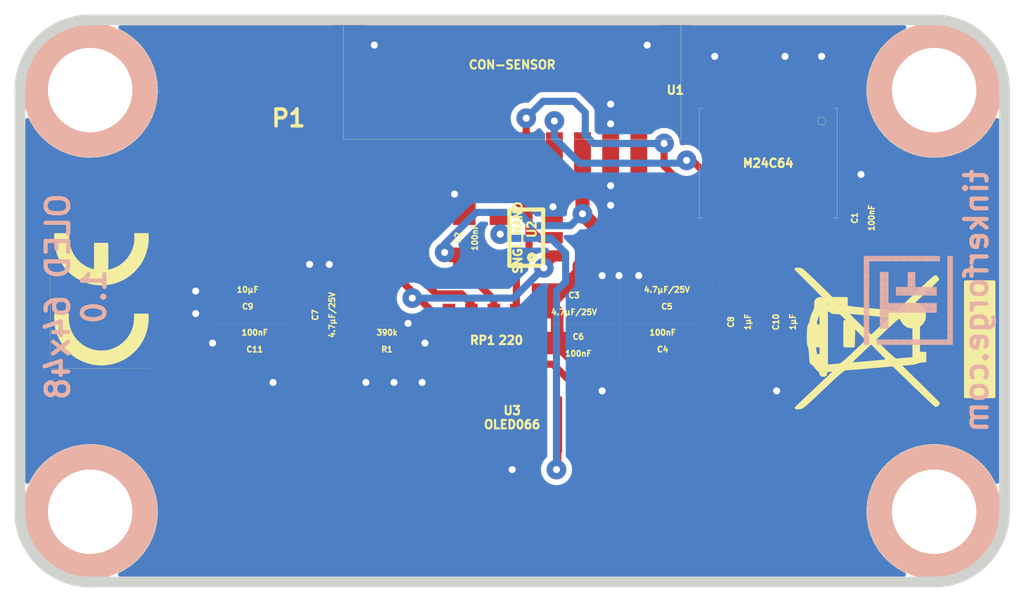
<source format=kicad_pcb>
(kicad_pcb (version 20221018) (generator pcbnew)
  (title_block (title "OLED 64x48 Bricklet") (date "Fr 19 Jun 2015") (rev "1.0") (company "Tinkerforfge GmbH") (comment 1 "Licensed under CERN OHL v.1.1") (comment 2 "Copyright (©) 2015, B.Nordmeyer <bastian@tinkerforge.com>"))
  (layers (0 "F.Cu" signal) (31 "B.Cu" signal) (34 "B.Paste" user) (35 "F.Paste" user) (36 "B.SilkS" user "B.Silkscreen") (37 "F.SilkS" user "F.Silkscreen") (38 "B.Mask" user) (39 "F.Mask" user) (44 "Edge.Cuts" user))
  (net 0 "")
  (net 1 "3V3")
  (net 2 "GND")
  (net 3 "Net-(P1-Pad4)")
  (net 4 "Net-(P1-Pad5)")
  (net 5 "Net-(P1-Pad6)")
  (net 6 "Net-(P1-Pad7)")
  (net 7 "Net-(P1-Pad8)")
  (net 8 "Net-(C7-Pad2)")
  (net 9 "Net-(C10-Pad2)")
  (net 10 "Net-(P1-Pad9)")
  (net 11 "Net-(P1-Pad10)")
  (net 12 "Net-(R1-Pad1)")
  (net 13 "Net-(C8-Pad1)")
  (net 14 "Net-(C8-Pad2)")
  (net 15 "Net-(C11-Pad2)")
  (net 16 "Net-(C10-Pad1)")
  (net 17 "Net-(U2-Pad4)")
  (net 18 "Net-(RP1-Pad5)")
  (net 19 "Net-(RP1-Pad6)")
  (net 20 "Net-(RP1-Pad7)")
  (net 21 "Net-(RP1-Pad8)")
  (footprint "kicad-libraries:0603" (layer "F.Cu") (at 166.5 133.6 -90)
    (fp_text reference "C1" (at 0.05 0.225 270) (layer "F.SilkS") (effects (font (size 0.2 0.2) (thickness 0.05))))
    (fp_text value "100nF" (at 0.05 -0.375 270) (layer "F.SilkS") (effects (font (size 0.2 0.2) (thickness 0.05))))
    (pad "1" smd rect (at -0.8001 0 270) (size 0.8001 0.8001) (layers "F.Cu" "F.Paste" "F.Mask") (net 2 "GND"))
    (pad "2" smd rect (at 0.8001 0 270) (size 0.8001 0.8001) (layers "F.Cu" "F.Paste" "F.Mask") (net 1 "3V3"))
  )
  (footprint "kicad-libraries:0603" (layer "F.Cu") (at 163.7 137.3 -90)
    (fp_text reference "C10" (at 0.05 0.225 270) (layer "F.SilkS") (effects (font (size 0.2 0.2) (thickness 0.05))))
    (fp_text value "1µF" (at 0.05 -0.375 270) (layer "F.SilkS") (effects (font (size 0.2 0.2) (thickness 0.05))))
    (pad "1" smd rect (at -0.8001 0 270) (size 0.8001 0.8001) (layers "F.Cu" "F.Paste" "F.Mask") (net 16 "Net-(C10-Pad1)"))
    (pad "2" smd rect (at 0.8001 0 270) (size 0.8001 0.8001) (layers "F.Cu" "F.Paste" "F.Mask") (net 9 "Net-(C10-Pad2)"))
  )
  (footprint "kicad-libraries:CON-SENSOR" (layer "F.Cu") (at 154.1 126.6 180)
    (fp_text reference "P1" (at 7.9502 -3.50012 180) (layer "F.SilkS") (effects (font (size 0.59944 0.59944) (thickness 0.12446))))
    (fp_text value "CON-SENSOR" (at 0 -1.6002 180) (layer "F.SilkS") (effects (font (size 0.29972 0.29972) (thickness 0.07112))))
    (pad "1" smd rect (at -4.50088 -4.7752 180) (size 0.59944 1.5494) (layers "F.Cu" "F.Paste" "F.Mask"))
    (pad "2" smd rect (at -3.50012 -4.7752 180) (size 0.59944 1.5494) (layers "F.Cu" "F.Paste" "F.Mask") (net 2 "GND"))
    (pad "3" smd rect (at -2.49936 -4.7752 180) (size 0.59944 1.5494) (layers "F.Cu" "F.Paste" "F.Mask") (net 1 "3V3"))
    (pad "4" smd rect (at -1.50114 -4.7752 180) (size 0.59944 1.5494) (layers "F.Cu" "F.Paste" "F.Mask") (net 3 "Net-(P1-Pad4)"))
    (pad "5" smd rect (at -0.50038 -4.7752 180) (size 0.59944 1.5494) (layers "F.Cu" "F.Paste" "F.Mask") (net 4 "Net-(P1-Pad5)"))
    (pad "6" smd rect (at 0.50038 -4.7752 180) (size 0.59944 1.5494) (layers "F.Cu" "F.Paste" "F.Mask") (net 5 "Net-(P1-Pad6)"))
    (pad "7" smd rect (at 1.50114 -4.7752 180) (size 0.59944 1.5494) (layers "F.Cu" "F.Paste" "F.Mask") (net 6 "Net-(P1-Pad7)"))
    (pad "8" smd rect (at 2.49936 -4.7752 180) (size 0.59944 1.5494) (layers "F.Cu" "F.Paste" "F.Mask") (net 7 "Net-(P1-Pad8)"))
    (pad "9" smd rect (at 3.50012 -4.7752 180) (size 0.59944 1.5494) (layers "F.Cu" "F.Paste" "F.Mask") (net 10 "Net-(P1-Pad9)"))
    (pad "10" smd rect (at 4.50088 -4.7752 180) (size 0.59944 1.5494) (layers "F.Cu" "F.Paste" "F.Mask") (net 11 "Net-(P1-Pad10)"))
    (pad "EP" smd rect (at -5.79882 -0.89916 180) (size 1.19888 1.80086) (layers "F.Cu" "F.Paste" "F.Mask") (net 2 "GND"))
    (pad "EP" smd rect (at 5.79882 -0.89916 180) (size 1.19888 1.80086) (layers "F.Cu" "F.Paste" "F.Mask") (net 2 "GND"))
  )
  (footprint "kicad-libraries:0603" (layer "F.Cu") (at 149.6 138.1)
    (fp_text reference "R1" (at 0.05 0.225) (layer "F.SilkS") (effects (font (size 0.2 0.2) (thickness 0.05))))
    (fp_text value "390k" (at 0.05 -0.375) (layer "F.SilkS") (effects (font (size 0.2 0.2) (thickness 0.05))))
    (pad "1" smd rect (at -0.8001 0) (size 0.8001 0.8001) (layers "F.Cu" "F.Paste" "F.Mask") (net 12 "Net-(R1-Pad1)"))
    (pad "2" smd rect (at 0.8001 0) (size 0.8001 0.8001) (layers "F.Cu" "F.Paste" "F.Mask") (net 2 "GND"))
  )
  (footprint "kicad-libraries:SOIC8" (layer "F.Cu") (at 163.2 131.7 180)
    (fp_text reference "U1" (at 3.29946 2.60096 180) (layer "F.SilkS") (effects (font (size 0.29972 0.29972) (thickness 0.0762))))
    (fp_text value "M24C64" (at 0 0 180) (layer "F.SilkS") (effects (font (size 0.29972 0.29972) (thickness 0.0762))))
    (pad "1" smd rect (at -1.90246 2.69748) (size 0.59944 1.5494) (layers "F.Cu" "F.Paste" "F.Mask") (net 2 "GND"))
    (pad "2" smd rect (at -0.63246 2.69748) (size 0.59944 1.5494) (layers "F.Cu" "F.Paste" "F.Mask") (net 2 "GND"))
    (pad "3" smd rect (at 0.63246 2.69748) (size 0.59944 1.5494) (layers "F.Cu" "F.Paste" "F.Mask") (net 5 "Net-(P1-Pad6)"))
    (pad "4" smd rect (at 1.90246 2.69748) (size 0.59944 1.5494) (layers "F.Cu" "F.Paste" "F.Mask") (net 2 "GND"))
    (pad "5" smd rect (at 1.90246 -2.69748 180) (size 0.59944 1.5494) (layers "F.Cu" "F.Paste" "F.Mask") (net 4 "Net-(P1-Pad5)"))
    (pad "6" smd rect (at 0.63246 -2.69748 180) (size 0.59944 1.5494) (layers "F.Cu" "F.Paste" "F.Mask") (net 3 "Net-(P1-Pad4)"))
    (pad "7" smd rect (at -0.63246 -2.69748 180) (size 0.59944 1.5494) (layers "F.Cu" "F.Paste" "F.Mask"))
    (pad "8" smd rect (at -1.90246 -2.69748 180) (size 0.59944 1.5494) (layers "F.Cu" "F.Paste" "F.Mask") (net 1 "3V3"))
  )
  (footprint "kicad-libraries:DRILL_NP" (layer "F.Cu") (at 139.1 129.1)
    (fp_text reference "U4" hide)
    (fp_text value "DRILL" hide)
    (pad "" np_thru_hole circle (at 0 0) (size 2.99974 2.99974) (drill 2.99974) (layers "*.Cu" "*.Mask" "F.SilkS") (clearance 0.89916))
  )
  (footprint "kicad-libraries:DRILL_NP" (layer "F.Cu") (at 169.1 129.1)
    (fp_text reference "U5" hide)
    (fp_text value "DRILL" hide)
    (pad "" np_thru_hole circle (at 0 0) (size 2.99974 2.99974) (drill 2.99974) (layers "*.Cu" "*.Mask" "F.SilkS") (clearance 0.89916))
  )
  (footprint "kicad-libraries:DRILL_NP" (layer "F.Cu") (at 169.1 144.1)
    (fp_text reference "U6" hide)
    (fp_text value "DRILL" hide)
    (pad "" np_thru_hole circle (at 0 0) (size 2.99974 2.99974) (drill 2.99974) (layers "*.Cu" "*.Mask" "F.SilkS") (clearance 0.89916))
  )
  (footprint "kicad-libraries:WEEE_7mm" (layer "F.Cu") (at 167.7 137.95 90)
    (fp_text reference "G***" hide)
    (fp_text value "LOGO" hide)
  )
  (footprint "kicad-libraries:CE_5mm" (layer "F.Cu") (at 139.5 136.5 90)
    (fp_text reference "VAL" hide)
    (fp_text value "CE_5mm" hide)
  )
  (footprint "kicad-libraries:Fiducial_Mark" (layer "F.Cu") (at 143.1 145.1)
    (fp_text reference "Fiducial_Mark" hide)
    (fp_text value "VAL**" hide)
    (pad "1" smd circle (at 0 0) (size 1.00076 1.00076) (layers "F.Cu" "F.Mask") (clearance 0.65024))
  )
  (footprint "kicad-libraries:Fiducial_Mark" (layer "F.Cu") (at 143.1 128.1)
    (fp_text reference "Fiducial_Mark" hide)
    (fp_text value "VAL**" hide)
    (pad "1" smd circle (at 0 0) (size 1.00076 1.00076) (layers "F.Cu" "F.Mask") (clearance 0.65024))
  )
  (footprint "kicad-libraries:Fiducial_Mark" (layer "F.Cu") (at 164.6 145.1)
    (fp_text reference "Fiducial_Mark" hide)
    (fp_text value "VAL**" hide)
    (pad "1" smd circle (at 0 0) (size 1.00076 1.00076) (layers "F.Cu" "F.Mask") (clearance 0.65024))
  )
  (footprint "kicad-libraries:0603X4" (layer "F.Cu") (at 153.05 138)
    (fp_text reference "RP1" (at 0 0) (layer "F.SilkS") (effects (font (size 0.29972 0.29972) (thickness 0.0762))))
    (fp_text value "220" (at 1.00076 0) (layer "F.SilkS") (effects (font (size 0.29972 0.29972) (thickness 0.0762))))
    (pad "1" smd rect (at 1.19888 -0.8509) (size 0.44958 0.89916) (layers "F.Cu" "F.Paste" "F.Mask") (net 6 "Net-(P1-Pad7)"))
    (pad "2" smd rect (at 0.39878 -0.8509) (size 0.44958 0.89916) (layers "F.Cu" "F.Paste" "F.Mask") (net 7 "Net-(P1-Pad8)"))
    (pad "3" smd rect (at -0.39878 -0.8509) (size 0.44958 0.89916) (layers "F.Cu" "F.Paste" "F.Mask") (net 10 "Net-(P1-Pad9)"))
    (pad "4" smd rect (at -1.19888 -0.8509) (size 0.44958 0.89916) (layers "F.Cu" "F.Paste" "F.Mask") (net 11 "Net-(P1-Pad10)"))
    (pad "5" smd rect (at -1.19888 0.8509) (size 0.44958 0.89916) (layers "F.Cu" "F.Paste" "F.Mask") (net 18 "Net-(RP1-Pad5)"))
    (pad "6" smd rect (at -0.39878 0.8509) (size 0.44958 0.89916) (layers "F.Cu" "F.Paste" "F.Mask") (net 19 "Net-(RP1-Pad6)"))
    (pad "7" smd rect (at 0.39878 0.8509) (size 0.44958 0.89916) (layers "F.Cu" "F.Paste" "F.Mask") (net 20 "Net-(RP1-Pad7)"))
    (pad "8" smd rect (at 1.19888 0.8509) (size 0.44958 0.89916) (layers "F.Cu" "F.Paste" "F.Mask") (net 21 "Net-(RP1-Pad8)"))
  )
  (footprint "kicad-libraries:0603" (layer "F.Cu") (at 144.9 138.1)
    (fp_text reference "C11" (at 0.05 0.225) (layer "F.SilkS") (effects (font (size 0.2 0.2) (thickness 0.05))))
    (fp_text value "100nF" (at 0.05 -0.375) (layer "F.SilkS") (effects (font (size 0.2 0.2) (thickness 0.05))))
    (pad "1" smd rect (at -0.8001 0) (size 0.8001 0.8001) (layers "F.Cu" "F.Paste" "F.Mask") (net 2 "GND"))
    (pad "2" smd rect (at 0.8001 0) (size 0.8001 0.8001) (layers "F.Cu" "F.Paste" "F.Mask") (net 15 "Net-(C11-Pad2)"))
  )
  (footprint "kicad-libraries:DRILL_NP" (layer "F.Cu") (at 139.1 144.1)
    (fp_text reference "U7" hide)
    (fp_text value "DRILL" hide)
    (pad "" np_thru_hole circle (at 0 0) (size 2.99974 2.99974) (drill 2.99974) (layers "*.Cu" "*.Mask" "F.SilkS") (clearance 0.89916))
  )
  (footprint "kicad-libraries:0603" (layer "F.Cu") (at 152.4 134.3 -90)
    (fp_text reference "C2" (at 0.05 0.225 270) (layer "F.SilkS") (effects (font (size 0.2 0.2) (thickness 0.05))))
    (fp_text value "100nF" (at 0.05 -0.375 270) (layer "F.SilkS") (effects (font (size 0.2 0.2) (thickness 0.05))))
    (pad "1" smd rect (at -0.8001 0 270) (size 0.8001 0.8001) (layers "F.Cu" "F.Paste" "F.Mask") (net 2 "GND") (clearance 0.14986))
    (pad "2" smd rect (at 0.8001 0 270) (size 0.8001 0.8001) (layers "F.Cu" "F.Paste" "F.Mask") (net 1 "3V3") (clearance 0.14986))
  )
  (footprint "kicad-libraries:0805" (layer "F.Cu") (at 156.3 136.6 180)
    (fp_text reference "C3" (at 0 0.2 180) (layer "F.SilkS") (effects (font (size 0.2 0.2) (thickness 0.05))))
    (fp_text value "4.7µF/25V" (at 0 -0.4 180) (layer "F.SilkS") (effects (font (size 0.2 0.2) (thickness 0.05))))
    (pad "1" smd rect (at -1.00076 0 180) (size 1.00076 1.24968) (layers "F.Cu" "F.Paste" "F.Mask") (net 2 "GND"))
    (pad "2" smd rect (at 1.00076 0 180) (size 1.00076 1.24968) (layers "F.Cu" "F.Paste" "F.Mask") (net 1 "3V3"))
  )
  (footprint "kicad-libraries:0603" (layer "F.Cu") (at 159.4 138.1)
    (fp_text reference "C4" (at 0.05 0.225) (layer "F.SilkS") (effects (font (size 0.2 0.2) (thickness 0.05))))
    (fp_text value "100nF" (at 0.05 -0.375) (layer "F.SilkS") (effects (font (size 0.2 0.2) (thickness 0.05))))
    (pad "1" smd rect (at -0.8001 0) (size 0.8001 0.8001) (layers "F.Cu" "F.Paste" "F.Mask") (net 2 "GND") (clearance 0.14986))
    (pad "2" smd rect (at 0.8001 0) (size 0.8001 0.8001) (layers "F.Cu" "F.Paste" "F.Mask") (net 1 "3V3") (clearance 0.14986))
  )
  (footprint "kicad-libraries:0805" (layer "F.Cu") (at 159.6 136.6)
    (fp_text reference "C5" (at 0 0.2) (layer "F.SilkS") (effects (font (size 0.2 0.2) (thickness 0.05))))
    (fp_text value "4.7µF/25V" (at 0 -0.4) (layer "F.SilkS") (effects (font (size 0.2 0.2) (thickness 0.05))))
    (pad "1" smd rect (at -1.00076 0) (size 1.00076 1.24968) (layers "F.Cu" "F.Paste" "F.Mask") (net 2 "GND"))
    (pad "2" smd rect (at 1.00076 0) (size 1.00076 1.24968) (layers "F.Cu" "F.Paste" "F.Mask") (net 1 "3V3"))
  )
  (footprint "kicad-libraries:0603" (layer "F.Cu") (at 156.5 138.1 180)
    (fp_text reference "C6" (at 0.05 0.225 180) (layer "F.SilkS") (effects (font (size 0.2 0.2) (thickness 0.05))))
    (fp_text value "100nF" (at 0.05 -0.375 180) (layer "F.SilkS") (effects (font (size 0.2 0.2) (thickness 0.05))))
    (pad "1" smd rect (at -0.8001 0 180) (size 0.8001 0.8001) (layers "F.Cu" "F.Paste" "F.Mask") (net 2 "GND") (clearance 0.14986))
    (pad "2" smd rect (at 0.8001 0 180) (size 0.8001 0.8001) (layers "F.Cu" "F.Paste" "F.Mask") (net 1 "3V3") (clearance 0.14986))
  )
  (footprint "kicad-libraries:0805" (layer "F.Cu") (at 147.3 137.1 -90)
    (fp_text reference "C7" (at 0 0.2 270) (layer "F.SilkS") (effects (font (size 0.2 0.2) (thickness 0.05))))
    (fp_text value "4.7µF/25V" (at 0 -0.4 270) (layer "F.SilkS") (effects (font (size 0.2 0.2) (thickness 0.05))))
    (pad "1" smd rect (at -1.00076 0 270) (size 1.00076 1.24968) (layers "F.Cu" "F.Paste" "F.Mask") (net 2 "GND"))
    (pad "2" smd rect (at 1.00076 0 270) (size 1.00076 1.24968) (layers "F.Cu" "F.Paste" "F.Mask") (net 8 "Net-(C7-Pad2)"))
  )
  (footprint "kicad-libraries:0603" (layer "F.Cu") (at 162.1 137.3 -90)
    (fp_text reference "C8" (at 0.05 0.225 270) (layer "F.SilkS") (effects (font (size 0.2 0.2) (thickness 0.05))))
    (fp_text value "1µF" (at 0.05 -0.375 270) (layer "F.SilkS") (effects (font (size 0.2 0.2) (thickness 0.05))))
    (pad "1" smd rect (at -0.8001 0 270) (size 0.8001 0.8001) (layers "F.Cu" "F.Paste" "F.Mask") (net 13 "Net-(C8-Pad1)") (clearance 0.14986))
    (pad "2" smd rect (at 0.8001 0 270) (size 0.8001 0.8001) (layers "F.Cu" "F.Paste" "F.Mask") (net 14 "Net-(C8-Pad2)") (clearance 0.14986))
  )
  (footprint "kicad-libraries:0805" (layer "F.Cu") (at 144.7 136.6)
    (fp_text reference "C9" (at 0 0.2) (layer "F.SilkS") (effects (font (size 0.2 0.2) (thickness 0.05))))
    (fp_text value "10µF" (at 0 -0.4) (layer "F.SilkS") (effects (font (size 0.2 0.2) (thickness 0.05))))
    (pad "1" smd rect (at -1.00076 0) (size 1.00076 1.24968) (layers "F.Cu" "F.Paste" "F.Mask") (net 2 "GND"))
    (pad "2" smd rect (at 1.00076 0) (size 1.00076 1.24968) (layers "F.Cu" "F.Paste" "F.Mask") (net 15 "Net-(C11-Pad2)"))
  )
  (footprint "kicad-libraries:SC70-5" (layer "F.Cu") (at 154.6 134.35 90)
    (fp_text reference "U2" (at 0.3 0.2 90) (layer "F.SilkS") (effects (font (size 0.3 0.3) (thickness 0.075))))
    (fp_text value "SNGL_NAND" (at 0 -0.3 90) (layer "F.SilkS") (effects (font (size 0.3 0.3) (thickness 0.075))))
    (pad "1" smd rect (at -0.65 0.95 90) (size 0.4 0.7) (layers "F.Cu" "F.Paste" "F.Mask") (net 11 "Net-(P1-Pad10)"))
    (pad "2" smd rect (at 0 0.95 90) (size 0.4 0.7) (layers "F.Cu" "F.Paste" "F.Mask") (net 6 "Net-(P1-Pad7)"))
    (pad "3" smd rect (at 0.65 0.95 90) (size 0.4 0.7) (layers "F.Cu" "F.Paste" "F.Mask") (net 2 "GND"))
    (pad "4" smd rect (at 0.65 -0.95 90) (size 0.4 0.7) (layers "F.Cu" "F.Paste" "F.Mask") (net 17 "Net-(U2-Pad4)"))
    (pad "5" smd rect (at -0.65 -0.95 90) (size 0.4 0.7) (layers "F.Cu" "F.Paste" "F.Mask") (net 1 "3V3"))
  )
  (footprint "kicad-libraries:OLED066" (layer "F.Cu") (at 154.1 141 180)
    (fp_text reference "U3" (at 0 0.5 180) (layer "F.SilkS") (effects (font (size 0.3 0.3) (thickness 0.075))))
    (fp_text value "OLED066" (at 0 0 180) (layer "F.SilkS") (effects (font (size 0.3 0.3) (thickness 0.075))))
    (pad "1" smd rect (at -8.77316 0) (size 0.29972 1.99898) (layers "F.Cu" "F.Paste" "F.Mask") (net 2 "GND"))
    (pad "2" smd rect (at -8.12292 0) (size 0.29972 1.99898) (layers "F.Cu" "F.Paste" "F.Mask") (net 9 "Net-(C10-Pad2)"))
    (pad "3" smd rect (at -7.47268 0) (size 0.29972 1.99898) (layers "F.Cu" "F.Paste" "F.Mask") (net 16 "Net-(C10-Pad1)"))
    (pad "4" smd rect (at -6.82498 0) (size 0.29972 1.99898) (layers "F.Cu" "F.Paste" "F.Mask") (net 14 "Net-(C8-Pad2)"))
    (pad "5" smd rect (at -6.17474 0) (size 0.29972 1.99898) (layers "F.Cu" "F.Paste" "F.Mask") (net 13 "Net-(C8-Pad1)"))
    (pad "6" smd rect (at -5.5245 0) (size 0.29972 1.99898) (layers "F.Cu" "F.Paste" "F.Mask") (net 1 "3V3"))
    (pad "7" smd rect (at -4.87426 0) (size 0.29972 1.99898) (layers "F.Cu" "F.Paste" "F.Mask") (net 2 "GND"))
    (pad "8" smd rect (at -4.22402 0) (size 0.29972 1.99898) (layers "F.Cu" "F.Paste" "F.Mask") (net 1 "3V3"))
    (pad "9" smd rect (at -3.57378 0) (size 0.29972 1.99898) (layers "F.Cu" "F.Paste" "F.Mask") (net 2 "GND"))
    (pad "10" smd rect (at -2.92354 0) (size 0.29972 1.99898) (layers "F.Cu" "F.Paste" "F.Mask") (net 2 "GND"))
    (pad "11" smd rect (at -2.2733 0) (size 0.29972 1.99898) (layers "F.Cu" "F.Paste" "F.Mask") (net 21 "Net-(RP1-Pad8)"))
    (pad "12" smd rect (at -1.62306 0) (size 0.29972 1.99898) (layers "F.Cu" "F.Paste" "F.Mask") (net 17 "Net-(U2-Pad4)"))
    (pad "13" smd rect (at -0.97282 0) (size 0.29972 1.99898) (layers "F.Cu" "F.Paste" "F.Mask") (net 20 "Net-(RP1-Pad7)"))
    (pad "14" smd rect (at -0.32258 0) (size 0.29972 1.99898) (layers "F.Cu" "F.Paste" "F.Mask") (net 2 "GND"))
    (pad "15" smd rect (at 0.32258 0) (size 0.29972 1.99898) (layers "F.Cu" "F.Paste" "F.Mask") (net 2 "GND"))
    (pad "16" smd rect (at 0.97282 0) (size 0.29972 1.99898) (layers "F.Cu" "F.Paste" "F.Mask") (net 19 "Net-(RP1-Pad6)"))
    (pad "17" smd rect (at 1.62306 0) (size 0.29972 1.99898) (layers "F.Cu" "F.Paste" "F.Mask") (net 18 "Net-(RP1-Pad5)"))
    (pad "18" smd rect (at 2.2733 0) (size 0.29972 1.99898) (layers "F.Cu" "F.Paste" "F.Mask"))
    (pad "19" smd rect (at 2.92354 0) (size 0.29972 1.99898) (layers "F.Cu" "F.Paste" "F.Mask") (net 2 "GND"))
    (pad "20" smd rect (at 3.57378 0) (size 0.29972 1.99898) (layers "F.Cu" "F.Paste" "F.Mask") (net 2 "GND"))
    (pad "21" smd rect (at 4.22402 0) (size 0.29972 1.99898) (layers "F.Cu" "F.Paste" "F.Mask") (net 2 "GND"))
    (pad "22" smd rect (at 4.87426 0) (size 0.29972 1.99898) (layers "F.Cu" "F.Paste" "F.Mask") (net 2 "GND"))
    (pad "23" smd rect (at 5.5245 0) (size 0.29972 1.99898) (layers "F.Cu" "F.Paste" "F.Mask") (net 2 "GND"))
    (pad "24" smd rect (at 6.17474 0) (size 0.29972 1.99898) (layers "F.Cu" "F.Paste" "F.Mask") (net 12 "Net-(R1-Pad1)"))
    (pad "25" smd rect (at 6.82498 0) (size 0.29972 1.99898) (layers "F.Cu" "F.Paste" "F.Mask") (net 8 "Net-(C7-Pad2)"))
    (pad "26" smd rect (at 7.47268 0) (size 0.29972 1.99898) (layers "F.Cu" "F.Paste" "F.Mask") (net 15 "Net-(C11-Pad2)"))
    (pad "27" smd rect (at 8.12292 0) (size 0.29972 1.99898) (layers "F.Cu" "F.Paste" "F.Mask") (net 2 "GND"))
    (pad "28" smd rect (at 8.77316 0) (size 0.29972 1.99898) (layers "F.Cu" "F.Paste" "F.Mask") (net 2 "GND"))
  )
  (footprint "kicad-libraries:Logo_31x31m" (layer "B.Cu") (at 166.6 135 -90)
    (fp_text reference "G***" hide)
    (fp_text value "LOGO" hide)
  )
  (gr_arc (start 169.1 126.6) (mid 170.867767 127.332233) (end 171.6 129.1) (stroke (width 0.381)) (layer "Edge.Cuts"))
  (gr_line (start 136.6 129.1) (end 136.6 144.1) (stroke (width 0.381)) (layer "Edge.Cuts"))
  (gr_line (start 169.1 146.6) (end 139.1 146.6) (stroke (width 0.381)) (layer "Edge.Cuts"))
  (gr_arc (start 139.1 146.6) (mid 137.332233 145.867767) (end 136.6 144.1) (stroke (width 0.381)) (layer "Edge.Cuts"))
  (gr_arc (start 171.6 144.1) (mid 170.867767 145.867767) (end 169.1 146.6) (stroke (width 0.381)) (layer "Edge.Cuts"))
  (gr_line (start 169.1 126.6) (end 139.1 126.6) (stroke (width 0.381)) (layer "Edge.Cuts"))
  (gr_arc (start 136.6 129.1) (mid 137.332233 127.332233) (end 139.1 126.6) (stroke (width 0.381)) (layer "Edge.Cuts"))
  (gr_line (start 171.6 144.1) (end 171.6 129.1) (stroke (width 0.381)) (layer "Edge.Cuts"))
  (gr_text "tinkerforge.com" (at 170.6 136.6 90) (layer "B.SilkS") (effects (font (size 0.8 0.8)) (justify mirror)))
  (gr_text "OLED 64x48\n1.0" (at 138.6 136.45 90) (layer "B.SilkS") (effects (font (size 0.8 0.8)) (justify mirror)))
  (segment (start 159.4 134.4) (end 157.5 134.4) (width 0.5) (layer "F.Cu") (net 1))
  (segment (start 157.5 134.4) (end 156.59936 133.49936) (width 0.5) (layer "F.Cu") (net 1))
  (segment (start 156.59936 133.49936) (end 156.59936 132.8) (width 0.5) (layer "F.Cu") (net 1))
  (segment (start 160.65 135.65) (end 159.4 134.4) (width 0.5) (layer "F.Cu") (net 1))
  (segment (start 166.05 135.65) (end 166.5 135.2) (width 0.45) (layer "F.Cu") (net 1))
  (segment (start 166.5 135.2) (end 166.5 134.4001) (width 0.45) (layer "F.Cu") (net 1))
  (segment (start 165.10508 134.4001) (end 165.10246 134.39748) (width 0.45) (layer "F.Cu") (net 1))
  (segment (start 156.59936 132.8) (end 156.59936 131.3752) (width 0.5) (layer "F.Cu") (net 1))
  (segment (start 159.6245 139.2755) (end 160.2001 138.6999) (width 0.45) (layer "F.Cu") (net 1))
  (segment (start 160.2001 138.6999) (end 160.2001 138.1) (width 0.45) (layer "F.Cu") (net 1))
  (segment (start 160.2001 137.00066) (end 160.60076 136.6) (width 0.45) (layer "F.Cu") (net 1))
  (segment (start 158.32402 139.52402) (end 157.8 139) (width 0.45) (layer "F.Cu") (net 1))
  (segment (start 157.8 139) (end 156.5999 139) (width 0.45) (layer "F.Cu") (net 1))
  (segment (start 156.5999 139) (end 155.6999 138.1) (width 0.45) (layer "F.Cu") (net 1))
  (segment (start 155.6999 137.00066) (end 155.29924 136.6) (width 0.45) (layer "F.Cu") (net 1))
  (segment (start 152.5001 135) (end 152.4 135.1001) (width 0.254) (layer "F.Cu") (net 1))
  (segment (start 160.60076 135.69924) (end 160.65 135.65) (width 0.5) (layer "F.Cu") (net 1))
  (segment (start 155.5 136.6) (end 156.5 135.6) (width 0.5) (layer "F.Cu") (net 1))
  (segment (start 156.5 135.6) (end 156.5 135.35) (width 0.5) (layer "F.Cu") (net 1))
  (segment (start 156.5 135.35) (end 157.45 134.4) (width 0.5) (layer "F.Cu") (net 1))
  (segment (start 157.45 134.4) (end 157.5 134.4) (width 0.5) (layer "F.Cu") (net 1))
  (segment (start 151.9251 135.1001) (end 151.7 134.875) (width 0.254) (layer "F.Cu") (net 1))
  (segment (start 156.6 133.5) (end 156.59936 133.49936) (width 0.254) (layer "F.Cu") (net 1))
  (segment (start 159.6245 141) (end 159.6245 139.2755) (width 0.45) (layer "F.Cu") (net 1))
  (segment (start 166.5 134.4001) (end 165.10508 134.4001) (width 0.45) (layer "F.Cu") (net 1))
  (segment (start 155.6999 138.1) (end 155.6999 137.00066) (width 0.45) (layer "F.Cu") (net 1))
  (segment (start 153.65 135) (end 152.5001 135) (width 0.254) (layer "F.Cu") (net 1))
  (segment (start 155.29924 136.6) (end 155.5 136.6) (width 0.5) (layer "F.Cu") (net 1))
  (segment (start 158.32402 141) (end 158.32402 139.52402) (width 0.45) (layer "F.Cu") (net 1))
  (segment (start 160.2001 138.1) (end 160.2001 137.00066) (width 0.45) (layer "F.Cu") (net 1))
  (segment (start 152.4 135.1001) (end 151.9251 135.1001) (width 0.254) (layer "F.Cu") (net 1))
  (segment (start 160.60076 136.6) (end 160.60076 135.69924) (width 0.5) (layer "F.Cu") (net 1))
  (segment (start 160.65 135.65) (end 166.05 135.65) (width 0.45) (layer "F.Cu") (net 1))
  (via (at 151.7 134.875) (size 0.7) (drill 0.25) (layers "F.Cu" "B.Cu") (net 1))
  (via (at 156.6 133.5) (size 0.7) (drill 0.25) (layers "F.Cu" "B.Cu") (net 1))
  (segment (start 151.7 134.575) (end 152.825 133.45) (width 0.254) (layer "B.Cu") (net 1))
  (segment (start 152.825 133.45) (end 154.325 133.45) (width 0.254) (layer "B.Cu") (net 1))
  (segment (start 154.325 133.45) (end 154.8 133.925) (width 0.254) (layer "B.Cu") (net 1))
  (segment (start 154.8 133.925) (end 156.175 133.925) (width 0.254) (layer "B.Cu") (net 1))
  (segment (start 156.175 133.925) (end 156.6 133.5) (width 0.254) (layer "B.Cu") (net 1))
  (segment (start 151.7 134.875) (end 151.7 134.575) (width 0.254) (layer "B.Cu") (net 1))
  (segment (start 157.60012 130.30012) (end 157.6 130.3) (width 0.5) (layer "F.Cu") (net 2))
  (segment (start 157.60012 132.49988) (end 157.6 132.5) (width 0.5) (layer "F.Cu") (net 2))
  (segment (start 158.90084 127.49916) (end 158.9 127.5) (width 0.254) (layer "F.Cu") (net 2))
  (segment (start 161.29754 127.90246) (end 161.3 127.9) (width 0.254) (layer "F.Cu") (net 2))
  (segment (start 163.83246 127.93246) (end 163.8 127.9) (width 0.254) (layer "F.Cu") (net 2))
  (segment (start 165.10246 127.90246) (end 165.1 127.9) (width 0.254) (layer "F.Cu") (net 2))
  (segment (start 149.19916 127.49916) (end 149.2 127.5) (width 0.254) (layer "F.Cu") (net 2))
  (segment (start 158.8 136.6) (end 158.30076 136.6) (width 0.45) (layer "F.Cu") (net 2))
  (segment (start 158.97426 139.17426) (end 157.9 138.1) (width 0.45) (layer "F.Cu") (net 2))
  (segment (start 162.87316 140.42684) (end 163.5 139.8) (width 0.3) (layer "F.Cu") (net 2))
  (segment (start 157.67378 140.17378) (end 157.3 139.8) (width 0.3) (layer "F.Cu") (net 2))
  (segment (start 157.02354 140.07646) (end 157.3 139.8) (width 0.3) (layer "F.Cu") (net 2))
  (segment (start 149.87598 139.52402) (end 149.9 139.5) (width 0.3) (layer "F.Cu") (net 2))
  (segment (start 149.22574 139.82574) (end 148.9 139.5) (width 0.3) (layer "F.Cu") (net 2))
  (segment (start 150.52622 139.87378) (end 150.9 139.5) (width 0.3) (layer "F.Cu") (net 2))
  (segment (start 151.17646 139.77646) (end 150.9 139.5) (width 0.3) (layer "F.Cu") (net 2))
  (segment (start 148.5755 139.8245) (end 148.9 139.5) (width 0.3) (layer "F.Cu") (net 2))
  (segment (start 145.97708 139.87708) (end 145.6 139.5) (width 0.3) (layer "F.Cu") (net 2))
  (segment (start 145.32684 139.77316) (end 145.6 139.5) (width 0.3) (layer "F.Cu") (net 2))
  (segment (start 152.4 133.15) (end 152.05 132.8) (width 0.254) (layer "F.Cu") (net 2))
  (segment (start 143.3 136.6) (end 142.85 137.05) (width 0.5) (layer "F.Cu") (net 2))
  (segment (start 143.2 136.6) (end 142.85 136.25) (width 0.5) (layer "F.Cu") (net 2))
  (segment (start 147.3 135.7) (end 146.9 135.3) (width 0.5) (layer "F.Cu") (net 2))
  (segment (start 147.3 135.6) (end 147.6 135.3) (width 0.5) (layer "F.Cu") (net 2))
  (segment (start 150.4001 137.4001) (end 150.4 137.4) (width 0.5) (layer "F.Cu") (net 2))
  (segment (start 158.59924 135.70076) (end 158.6 135.7) (width 0.5) (layer "F.Cu") (net 2))
  (segment (start 157.30076 135.70076) (end 157.3 135.7) (width 0.5) (layer "F.Cu") (net 2))
  (segment (start 153.77742 142.27742) (end 154.1 142.6) (width 0.254) (layer "F.Cu") (net 2))
  (segment (start 154.42258 142.27742) (end 154.1 142.6) (width 0.254) (layer "F.Cu") (net 2))
  (segment (start 158.45 136.6) (end 157.9 137.15) (width 0.254) (layer "F.Cu") (net 2))
  (segment (start 157.9 137.15) (end 157.9 135.7) (width 0.7) (layer "F.Cu") (net 2))
  (segment (start 158.4 138.1) (end 157.9 137.6) (width 0.254) (layer "F.Cu") (net 2))
  (segment (start 157.9 137.6) (end 157.9 137.15) (width 0.7) (layer "F.Cu") (net 2))
  (segment (start 151.17646 141) (end 151.17646 139.77646) (width 0.3) (layer "F.Cu") (net 2))
  (segment (start 157.30076 136.6) (end 157.30076 135.70076) (width 0.5) (layer "F.Cu") (net 2))
  (segment (start 158.59924 136.6) (end 158.59924 135.70076) (width 0.7) (layer "F.Cu") (net 2))
  (segment (start 143.69924 136.6) (end 143.3 136.6) (width 0.5) (layer "F.Cu") (net 2))
  (segment (start 153.77742 142.27742) (end 153.77742 141) (width 0.254) (layer "F.Cu") (net 2))
  (segment (start 162.87316 141) (end 162.87316 140.42684) (width 0.3) (layer "F.Cu") (net 2))
  (segment (start 161.29754 129.00252) (end 161.29754 127.90246) (width 0.254) (layer "F.Cu") (net 2))
  (segment (start 159.89882 127.49916) (end 158.90084 127.49916) (width 0.254) (layer "F.Cu") (net 2))
  (segment (start 158.5999 138.1) (end 158.4 138.1) (width 0.254) (layer "F.Cu") (net 2))
  (segment (start 150.4001 138.1) (end 150.4001 137.4001) (width 0.5) (layer "F.Cu") (net 2))
  (segment (start 148.30118 127.49916) (end 149.19916 127.49916) (width 0.254) (layer "F.Cu") (net 2))
  (segment (start 143.69924 136.6) (end 143.2 136.6) (width 0.5) (layer "F.Cu") (net 2))
  (segment (start 157.67378 141) (end 157.67378 140.17378) (width 0.3) (layer "F.Cu") (net 2))
  (segment (start 165.10246 129.00252) (end 165.10246 127.90246) (width 0.254) (layer "F.Cu") (net 2))
  (segment (start 158.5999 138.1) (end 157.3001 138.1) (width 0.7) (layer "F.Cu") (net 2))
  (segment (start 163.83246 129.00252) (end 163.83246 127.93246) (width 0.254) (layer "F.Cu") (net 2))
  (segment (start 147.3 136.09924) (end 147.3 135.7) (width 0.5) (layer "F.Cu") (net 2))
  (segment (start 157.9 138.1) (end 157.9 138.05) (width 0.7) (layer "F.Cu") (net 2))
  (segment (start 147.3 136.09924) (end 147.3 135.6) (width 0.5) (layer "F.Cu") (net 2))
  (segment (start 157.30076 136.6) (end 157.9 136.6) (width 0.5) (layer "F.Cu") (net 2))
  (segment (start 158.97426 139.17426) (end 158.97426 141) (width 0.45) (layer "F.Cu") (net 2))
  (segment (start 149.22574 139.82574) (end 149.22574 141) (width 0.3) (layer "F.Cu") (net 2))
  (segment (start 149.87598 141) (end 149.87598 139.52402) (width 0.3) (layer "F.Cu") (net 2))
  (segment (start 158.59924 136.6) (end 158.45 136.6) (width 0.254) (layer "F.Cu") (net 2))
  (segment (start 157.60012 130.30012) (end 157.60012 131.3752) (width 0.5) (layer "F.Cu") (net 2))
  (segment (start 158.59924 136.6) (end 157.30076 136.6) (width 0.7) (layer "F.Cu") (net 2))
  (segment (start 152.4 133.4999) (end 152.4 133.15) (width 0.254) (layer "F.Cu") (net 2))
  (segment (start 144.0999 138.1) (end 143.45 138.1) (width 0.5) (layer "F.Cu") (net 2))
  (segment (start 145.97708 139.87708) (end 145.97708 141) (width 0.3) (layer "F.Cu") (net 2))
  (segment (start 157.60012 132.49988) (end 157.60012 131.3752) (width 0.5) (layer "F.Cu") (net 2))
  (segment (start 157.9 138.05) (end 157.9 137.6) (width 0.7) (layer "F.Cu") (net 2))
  (segment (start 154.42258 141) (end 154.42258 142.27742) (width 0.254) (layer "F.Cu") (net 2))
  (segment (start 148.5755 141) (end 148.5755 139.8245) (width 0.3) (layer "F.Cu") (net 2))
  (segment (start 166.5 132.7999) (end 166.5 132.1) (width 0.254) (layer "F.Cu") (net 2))
  (segment (start 155.55 133.7) (end 155.55 133.25) (width 0.254) (layer "F.Cu") (net 2))
  (segment (start 157.02354 141) (end 157.02354 140.07646) (width 0.3) (layer "F.Cu") (net 2))
  (segment (start 150.52622 139.87378) (end 150.52622 141) (width 0.3) (layer "F.Cu") (net 2))
  (segment (start 145.32684 141) (end 145.32684 139.77316) (width 0.3) (layer "F.Cu") (net 2))
  (segment (start 157.6 133.2) (end 157.6 132.5) (width 0.5) (layer "F.Cu") (net 2))
  (segment (start 150.4001 138.1) (end 151 138.1) (width 0.5) (layer "F.Cu") (net 2))
  (segment (start 157.9 135.7) (end 157.9 136.6) (width 0.5) (layer "F.Cu") (net 2))
  (segment (start 157.6 129.6) (end 157.6 130.3) (width 0.5) (layer "F.Cu") (net 2))
  (via (at 161.3 127.9) (size 0.7) (drill 0.25) (layers "F.Cu" "B.Cu") (net 2))
  (via (at 148.9 139.5) (size 0.7) (drill 0.25) (layers "F.Cu" "B.Cu") (net 2))
  (via (at 157.3 139.8) (size 0.7) (drill 0.25) (layers "F.Cu" "B.Cu") (net 2))
  (via (at 145.6 139.5) (size 0.7) (drill 0.25) (layers "F.Cu" "B.Cu") (net 2))
  (via (at 150.9 139.5) (size 0.7) (drill 0.25) (layers "F.Cu" "B.Cu") (net 2))
  (via (at 147.6 135.3) (size 0.7) (drill 0.25) (layers "F.Cu" "B.Cu") (net 2))
  (via (at 157.6 130.3) (size 0.7) (drill 0.25) (layers "F.Cu" "B.Cu") (net 2))
  (via (at 154.1 142.6) (size 0.7) (drill 0.25) (layers "F.Cu" "B.Cu") (net 2))
  (via (at 157.6 133.2) (size 0.7) (drill 0.25) (layers "F.Cu" "B.Cu") (net 2))
  (via (at 143.45 138.1) (size 0.7) (drill 0.25) (layers "F.Cu" "B.Cu") (net 2))
  (via (at 166.5 132.1) (size 0.7) (drill 0.25) (layers "F.Cu" "B.Cu") (net 2))
  (via (at 146.9 135.3) (size 0.7) (drill 0.25) (layers "F.Cu" "B.Cu") (net 2))
  (via (at 142.85 136.25) (size 0.7) (drill 0.25) (layers "F.Cu" "B.Cu") (net 2))
  (via (at 142.85 137.05) (size 0.7) (drill 0.25) (layers "F.Cu" "B.Cu") (net 2))
  (via (at 150.4 137.4) (size 0.7) (drill 0.25) (layers "F.Cu" "B.Cu") (net 2))
  (via (at 157.6 129.6) (size 0.7) (drill 0.25) (layers "F.Cu" "B.Cu") (net 2))
  (via (at 165.1 127.9) (size 0.7) (drill 0.25) (layers "F.Cu" "B.Cu") (net 2))
  (via (at 149.2 127.5) (size 0.7) (drill 0.25) (layers "F.Cu" "B.Cu") (net 2))
  (via (at 163.5 139.8) (size 0.7) (drill 0.25) (layers "F.Cu" "B.Cu") (net 2))
  (via (at 163.8 127.9) (size 0.7) (drill 0.25) (layers "F.Cu" "B.Cu") (net 2))
  (via (at 158.9 127.5) (size 0.7) (drill 0.25) (layers "F.Cu" "B.Cu") (net 2))
  (via (at 152.05 132.8) (size 0.7) (drill 0.25) (layers "F.Cu" "B.Cu") (net 2))
  (via (at 158.6 135.7) (size 0.7) (drill 0.25) (layers "F.Cu" "B.Cu") (net 2))
  (via (at 149.9 139.5) (size 0.7) (drill 0.25) (layers "F.Cu" "B.Cu") (net 2))
  (via (at 155.55 133.25) (size 0.7) (drill 0.25) (layers "F.Cu" "B.Cu") (net 2))
  (via (at 151 138.1) (size 0.7) (drill 0.25) (layers "F.Cu" "B.Cu") (net 2))
  (via (at 157.3 135.7) (size 0.7) (drill 0.25) (layers "F.Cu" "B.Cu") (net 2))
  (via (at 157.6 132.5) (size 0.7) (drill 0.25) (layers "F.Cu" "B.Cu") (net 2))
  (via (at 157.9 135.7) (size 0.7) (drill 0.25) (layers "F.Cu" "B.Cu") (net 2))
  (segment (start 162.56754 133.66754) (end 160.5 131.6) (width 0.254) (layer "F.Cu") (net 3))
  (segment (start 160.5 131.6) (end 160.3 131.6) (width 0.254) (layer "F.Cu") (net 3))
  (segment (start 155.6 130.2) (end 155.60114 130.20114) (width 0.254) (layer "F.Cu") (net 3))
  (segment (start 155.60114 130.20114) (end 155.60114 131.3752) (width 0.254) (layer "F.Cu") (net 3))
  (segment (start 162.56754 134.39748) (end 162.56754 133.66754) (width 0.254) (layer "F.Cu") (net 3))
  (via (at 160.3 131.6) (size 0.7) (drill 0.25) (layers "F.Cu" "B.Cu") (net 3))
  (via (at 155.6 130.2) (size 0.7) (drill 0.25) (layers "F.Cu" "B.Cu") (net 3))
  (segment (start 160.3 131.6) (end 160.2 131.7) (width 0.254) (layer "B.Cu") (net 3))
  (segment (start 160.2 131.7) (end 156.5 131.7) (width 0.254) (layer "B.Cu") (net 3))
  (segment (start 156.5 131.7) (end 155.6 130.8) (width 0.254) (layer "B.Cu") (net 3))
  (segment (start 155.6 130.8) (end 155.6 130.2) (width 0.254) (layer "B.Cu") (net 3))
  (segment (start 154.6 130.1) (end 154.60038 130.10038) (width 0.254) (layer "F.Cu") (net 4))
  (segment (start 154.60038 130.10038) (end 154.60038 131.3752) (width 0.254) (layer "F.Cu") (net 4))
  (segment (start 161.29754 133.59754) (end 159.5 131.8) (width 0.254) (layer "F.Cu") (net 4))
  (segment (start 159.5 131.8) (end 159.5 131) (width 0.254) (layer "F.Cu") (net 4))
  (segment (start 161.29754 134.39748) (end 161.29754 133.59754) (width 0.254) (layer "F.Cu") (net 4))
  (via (at 154.6 130.1) (size 0.7) (drill 0.25) (layers "F.Cu" "B.Cu") (net 4))
  (via (at 159.5 131) (size 0.7) (drill 0.25) (layers "F.Cu" "B.Cu") (net 4))
  (segment (start 155.2 129.5) (end 156.3 129.5) (width 0.254) (layer "B.Cu") (net 4))
  (segment (start 157 131) (end 156.7 130.7) (width 0.254) (layer "B.Cu") (net 4))
  (segment (start 156.7 130.7) (end 156.7 129.9) (width 0.254) (layer "B.Cu") (net 4))
  (segment (start 156.7 129.9) (end 156.3 129.5) (width 0.254) (layer "B.Cu") (net 4))
  (segment (start 159.5 131) (end 157 131) (width 0.254) (layer "B.Cu") (net 4))
  (segment (start 154.6 130.1) (end 155.2 129.5) (width 0.254) (layer "B.Cu") (net 4))
  (segment (start 162.56754 129.83246) (end 162.1 130.3) (width 0.254) (layer "F.Cu") (net 5))
  (segment (start 162.1 130.3) (end 159.8 130.3) (width 0.254) (layer "F.Cu") (net 5))
  (segment (start 159.8 130.3) (end 158.4 128.9) (width 0.254) (layer "F.Cu") (net 5))
  (segment (start 158.4 128.9) (end 154.6 128.9) (width 0.254) (layer "F.Cu") (net 5))
  (segment (start 154.6 128.9) (end 153.59962 129.90038) (width 0.254) (layer "F.Cu") (net 5))
  (segment (start 153.59962 129.90038) (end 153.59962 131.3752) (width 0.254) (layer "F.Cu") (net 5))
  (segment (start 162.56754 129.00252) (end 162.56754 129.83246) (width 0.254) (layer "F.Cu") (net 5))
  (segment (start 155.1 134.4) (end 154.7 134) (width 0.254) (layer "F.Cu") (net 6))
  (segment (start 154.7 134) (end 154.7 133.5) (width 0.254) (layer "F.Cu") (net 6))
  (segment (start 154.7 133.5) (end 153.9 132.7) (width 0.254) (layer "F.Cu") (net 6))
  (segment (start 153.9 132.7) (end 152.9 132.7) (width 0.254) (layer "F.Cu") (net 6))
  (segment (start 152.9 132.7) (end 152.59886 132.39886) (width 0.254) (layer "F.Cu") (net 6))
  (segment (start 152.59886 132.39886) (end 152.59886 131.3752) (width 0.254) (layer "F.Cu") (net 6))
  (segment (start 154.24888 135.40112) (end 154.7 134.95) (width 0.254) (layer "F.Cu") (net 6))
  (segment (start 154.7 134.95) (end 154.7 134) (width 0.254) (layer "F.Cu") (net 6))
  (segment (start 155.55 134.4) (end 155.1 134.4) (width 0.254) (layer "F.Cu") (net 6))
  (segment (start 154.24888 136.9491) (end 154.24888 135.40112) (width 0.254) (layer "F.Cu") (net 6))
  (segment (start 153.44878 136.54878) (end 152.775 135.875) (width 0.254) (layer "F.Cu") (net 7))
  (segment (start 152.775 135.875) (end 151.65 135.875) (width 0.254) (layer "F.Cu") (net 7))
  (segment (start 151.65 135.875) (end 150.65 134.875) (width 0.254) (layer "F.Cu") (net 7))
  (segment (start 150.65 134.875) (end 150.65 133.25) (width 0.254) (layer "F.Cu") (net 7))
  (segment (start 150.65 133.25) (end 151.60064 132.29936) (width 0.254) (layer "F.Cu") (net 7))
  (segment (start 151.60064 132.29936) (end 151.60064 131.3752) (width 0.254) (layer "F.Cu") (net 7))
  (segment (start 153.44878 137.1491) (end 153.44878 136.54878) (width 0.254) (layer "F.Cu") (net 7))
  (segment (start 147.27502 138.12574) (end 147.3 138.10076) (width 0.45) (layer "F.Cu") (net 8))
  (segment (start 147.27502 141) (end 147.27502 138.12574) (width 0.45) (layer "F.Cu") (net 8))
  (segment (start 162.22292 139.77708) (end 162.6 139.4) (width 0.3) (layer "F.Cu") (net 9))
  (segment (start 162.6 139.4) (end 162.9 139.4) (width 0.3) (layer "F.Cu") (net 9))
  (segment (start 162.9 139.4) (end 163.7 138.6) (width 0.3) (layer "F.Cu") (net 9))
  (segment (start 163.7 138.6) (end 163.7 138.1001) (width 0.3) (layer "F.Cu") (net 9))
  (segment (start 162.22292 141) (end 162.22292 139.77708) (width 0.3) (layer "F.Cu") (net 9))
  (segment (start 150.65 131.42532) (end 150.59988 131.3752) (width 0.254) (layer "F.Cu") (net 10))
  (segment (start 152.65122 136.70122) (end 152.3 136.35) (width 0.254) (layer "F.Cu") (net 10))
  (segment (start 152.3 136.35) (end 151.4 136.35) (width 0.254) (layer "F.Cu") (net 10))
  (segment (start 151.4 136.35) (end 150.15 135.1) (width 0.254) (layer "F.Cu") (net 10))
  (segment (start 150.15 135.1) (end 150.15 132.775) (width 0.254) (layer "F.Cu") (net 10))
  (segment (start 150.15 132.775) (end 150.59988 132.32512) (width 0.254) (layer "F.Cu") (net 10))
  (segment (start 150.59988 132.32512) (end 150.59988 131.3752) (width 0.254) (layer "F.Cu") (net 10))
  (segment (start 152.65122 137.1491) (end 152.65122 136.70122) (width 0.254) (layer "F.Cu") (net 10))
  (segment (start 151.4241 137.1491) (end 150.75 136.475) (width 0.254) (layer "F.Cu") (net 11))
  (segment (start 149.59912 135.32412) (end 149.59912 131.3752) (width 0.254) (layer "F.Cu") (net 11))
  (segment (start 155.55 135.1) (end 155.225 135.425) (width 0.254) (layer "F.Cu") (net 11))
  (segment (start 150.55 136.5) (end 150.575 136.475) (width 0.254) (layer "F.Cu") (net 11))
  (segment (start 150.575 136.475) (end 150.75 136.475) (width 0.254) (layer "F.Cu") (net 11))
  (segment (start 150.75 136.475) (end 149.59912 135.32412) (width 0.254) (layer "F.Cu") (net 11))
  (segment (start 155.55 135) (end 155.55 135.1) (width 0.254) (layer "F.Cu") (net 11))
  (segment (start 151.85112 137.1491) (end 151.4241 137.1491) (width 0.254) (layer "F.Cu") (net 11))
  (via (at 155.225 135.425) (size 0.7) (drill 0.25) (layers "F.Cu" "B.Cu") (net 11))
  (via (at 150.55 136.5) (size 0.7) (drill 0.25) (layers "F.Cu" "B.Cu") (net 11))
  (segment (start 155.225 135.425) (end 154.15 136.5) (width 0.254) (layer "B.Cu") (net 11))
  (segment (start 154.15 136.5) (end 150.55 136.5) (width 0.254) (layer "B.Cu") (net 11))
  (segment (start 147.92526 139.27474) (end 148.7999 138.4001) (width 0.45) (layer "F.Cu") (net 12))
  (segment (start 148.7999 138.4001) (end 148.7999 138.1) (width 0.45) (layer "F.Cu") (net 12))
  (segment (start 147.92526 141) (end 147.92526 139.27474) (width 0.45) (layer "F.Cu") (net 12))
  (segment (start 160.27474 139.42526) (end 161 138.7) (width 0.3) (layer "F.Cu") (net 13))
  (segment (start 162.1 136.8) (end 161 137.9) (width 0.3) (layer "F.Cu") (net 13))
  (segment (start 161 137.9) (end 161 138.7) (width 0.3) (layer "F.Cu") (net 13))
  (segment (start 160.27474 141) (end 160.27474 139.42526) (width 0.3) (layer "F.Cu") (net 13))
  (segment (start 162.1 136.4999) (end 162.1 136.8) (width 0.3) (layer "F.Cu") (net 13))
  (segment (start 160.92498 139.48012) (end 162.3 138.1051) (width 0.3) (layer "F.Cu") (net 14))
  (segment (start 162.3 138.1051) (end 162.3 138.1001) (width 0.3) (layer "F.Cu") (net 14))
  (segment (start 160.92498 141) (end 160.92498 139.48012) (width 0.3) (layer "F.Cu") (net 14))
  (segment (start 146.62732 139.22732) (end 145.7001 138.3001) (width 0.45) (layer "F.Cu") (net 15))
  (segment (start 145.7001 138.3001) (end 145.7001 138.1) (width 0.45) (layer "F.Cu") (net 15))
  (segment (start 145.7001 136.60066) (end 145.70076 136.6) (width 0.45) (layer "F.Cu") (net 15))
  (segment (start 146.62732 141) (end 146.62732 139.22732) (width 0.45) (layer "F.Cu") (net 15))
  (segment (start 145.7001 138.1) (end 145.7001 136.60066) (width 0.45) (layer "F.Cu") (net 15))
  (segment (start 161.57268 139.62732) (end 162.3 138.9) (width 0.3) (layer "F.Cu") (net 16))
  (segment (start 162.3 138.9) (end 162.6 138.9) (width 0.3) (layer "F.Cu") (net 16))
  (segment (start 162.6 138.9) (end 162.9 138.6) (width 0.3) (layer "F.Cu") (net 16))
  (segment (start 162.9 138.6) (end 162.9 136.9) (width 0.3) (layer "F.Cu") (net 16))
  (segment (start 162.9 136.9) (end 163.2 136.6) (width 0.3) (layer "F.Cu") (net 16))
  (segment (start 163.3001 136.4999) (end 162.9 136.9) (width 0.3) (layer "F.Cu") (net 16))
  (segment (start 163.7 136.4999) (end 163.3001 136.4999) (width 0.3) (layer "F.Cu") (net 16))
  (segment (start 161.57268 141) (end 161.57268 139.62732) (width 0.3) (layer "F.Cu") (net 16))
  (segment (start 153.65 134.2) (end 153.675 134.225) (width 0.254) (layer "F.Cu") (net 17))
  (segment (start 155.675 142.6) (end 155.72306 142.55194) (width 0.254) (layer "F.Cu") (net 17))
  (segment (start 155.72306 142.55194) (end 155.72306 141) (width 0.254) (layer "F.Cu") (net 17))
  (segment (start 153.65 133.7) (end 153.65 134.2) (width 0.254) (layer "F.Cu") (net 17))
  (via (at 153.675 134.225) (size 0.7) (drill 0.25) (layers "F.Cu" "B.Cu") (net 17))
  (via (at 155.675 142.6) (size 0.7) (drill 0.25) (layers "F.Cu" "B.Cu") (net 17))
  (segment (start 153.675 134.225) (end 153.825 134.375) (width 0.254) (layer "B.Cu") (net 17))
  (segment (start 153.825 134.375) (end 155.475 134.375) (width 0.254) (layer "B.Cu") (net 17))
  (segment (start 155.475 134.375) (end 156 134.9) (width 0.254) (layer "B.Cu") (net 17))
  (segment (start 156 134.9) (end 156 135.925) (width 0.254) (layer "B.Cu") (net 17))
  (segment (start 156 135.925) (end 155.675 136.25) (width 0.254) (layer "B.Cu") (net 17))
  (segment (start 155.675 136.25) (end 155.675 142.6) (width 0.254) (layer "B.Cu") (net 17))
  (segment (start 152.47694 140.05194) (end 151.85112 139.42612) (width 0.254) (layer "F.Cu") (net 18))
  (segment (start 151.85112 139.42612) (end 151.85112 138.9259) (width 0.254) (layer "F.Cu") (net 18))
  (segment (start 152.47694 141) (end 152.47694 140.05194) (width 0.254) (layer "F.Cu") (net 18))
  (segment (start 153.12718 140.02718) (end 152.65122 139.55122) (width 0.254) (layer "F.Cu") (net 19))
  (segment (start 152.65122 139.55122) (end 152.65122 138.9259) (width 0.254) (layer "F.Cu") (net 19))
  (segment (start 153.12718 141) (end 153.12718 140.02718) (width 0.254) (layer "F.Cu") (net 19))
  (segment (start 155.07282 139.82282) (end 154.9 139.65) (width 0.254) (layer "F.Cu") (net 20))
  (segment (start 154.9 139.65) (end 153.8 139.65) (width 0.254) (layer "F.Cu") (net 20))
  (segment (start 153.8 139.65) (end 153.44878 139.29878) (width 0.254) (layer "F.Cu") (net 20))
  (segment (start 153.44878 139.29878) (end 153.44878 138.8509) (width 0.254) (layer "F.Cu") (net 20))
  (segment (start 155.07282 141) (end 155.07282 139.82282) (width 0.254) (layer "F.Cu") (net 20))
  (segment (start 153.44878 138.6509) (end 153.44878 139.04878) (width 0.254) (layer "F.Cu") (net 20))
  (segment (start 156.3733 139.6733) (end 155.5509 138.8509) (width 0.254) (layer "F.Cu") (net 21))
  (segment (start 155.5509 138.8509) (end 154.24888 138.8509) (width 0.254) (layer "F.Cu") (net 21))
  (segment (start 156.3733 141) (end 156.3733 139.6733) (width 0.254) (layer "F.Cu") (net 21))
  (zone (net 2) (net_name "GND") (layer "B.Cu") (connect_pads (clearance 0.2)) (min_thickness 0.15) (fill yes (thermal_gap 0) (thermal_bridge_width 0.2))
    (polygon (pts (xy 136.6 126.6) (xy 171.6 126.6) (xy 171.6 146.6) (xy 136.6 146.6)))
  )
)
</source>
